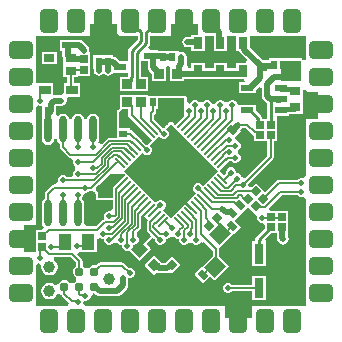
<source format=gtl>
G04*
G04 #@! TF.GenerationSoftware,Altium Limited,Altium Designer,22.4.2 (48)*
G04*
G04 Layer_Physical_Order=1*
G04 Layer_Color=255*
%FSLAX25Y25*%
%MOIN*%
G70*
G04*
G04 #@! TF.SameCoordinates,D1D02850-E0A3-49D7-BBEB-9C0FD6D2D351*
G04*
G04*
G04 #@! TF.FilePolarity,Positive*
G04*
G01*
G75*
%ADD10C,0.01000*%
%ADD11C,0.00600*%
G04:AMPARAMS|DCode=12|XSize=55.12mil|YSize=47.24mil|CornerRadius=0mil|HoleSize=0mil|Usage=FLASHONLY|Rotation=45.000|XOffset=0mil|YOffset=0mil|HoleType=Round|Shape=Rectangle|*
%AMROTATEDRECTD12*
4,1,4,-0.00278,-0.03619,-0.03619,-0.00278,0.00278,0.03619,0.03619,0.00278,-0.00278,-0.03619,0.0*
%
%ADD12ROTATEDRECTD12*%

%ADD13O,0.02480X0.08858*%
G04:AMPARAMS|DCode=14|XSize=43.31mil|YSize=7.87mil|CornerRadius=0mil|HoleSize=0mil|Usage=FLASHONLY|Rotation=45.000|XOffset=0mil|YOffset=0mil|HoleType=Round|Shape=Rectangle|*
%AMROTATEDRECTD14*
4,1,4,-0.01253,-0.01810,-0.01810,-0.01253,0.01253,0.01810,0.01810,0.01253,-0.01253,-0.01810,0.0*
%
%ADD14ROTATEDRECTD14*%

G04:AMPARAMS|DCode=15|XSize=43.31mil|YSize=7.87mil|CornerRadius=0mil|HoleSize=0mil|Usage=FLASHONLY|Rotation=135.000|XOffset=0mil|YOffset=0mil|HoleType=Round|Shape=Rectangle|*
%AMROTATEDRECTD15*
4,1,4,0.01810,-0.01253,0.01253,-0.01810,-0.01810,0.01253,-0.01253,0.01810,0.01810,-0.01253,0.0*
%
%ADD15ROTATEDRECTD15*%

%ADD16P,0.17817X4X90.0*%
%ADD17R,0.03500X0.02700*%
%ADD18R,0.04213X0.02362*%
%ADD19R,0.03937X0.02165*%
%ADD20R,0.03150X0.06693*%
%ADD21P,0.03536X4X360.0*%
%ADD22R,0.02500X0.02500*%
%ADD23R,0.02500X0.02500*%
%ADD24P,0.03536X4X90.0*%
%ADD25R,0.04459X0.05421*%
%ADD26R,0.03500X0.03200*%
%ADD27R,0.03200X0.03500*%
%ADD28P,0.04454X4X270.0*%
%ADD29R,0.03937X0.02953*%
%ADD30R,0.02953X0.03937*%
G04:AMPARAMS|DCode=31|XSize=30mil|YSize=21.5mil|CornerRadius=0mil|HoleSize=0mil|Usage=FLASHONLY|Rotation=135.000|XOffset=0mil|YOffset=0mil|HoleType=Round|Shape=Rectangle|*
%AMROTATEDRECTD31*
4,1,4,0.01821,-0.00301,0.00301,-0.01821,-0.01821,0.00301,-0.00301,0.01821,0.01821,-0.00301,0.0*
%
%ADD31ROTATEDRECTD31*%

%ADD32R,0.02150X0.03000*%
%ADD33R,0.03000X0.02150*%
%ADD34R,0.03543X0.03150*%
%ADD62C,0.03100*%
%ADD63C,0.02000*%
%ADD64C,0.00800*%
%ADD65C,0.00550*%
%ADD66C,0.01500*%
%ADD67R,0.06847X0.06850*%
G04:AMPARAMS|DCode=68|XSize=60mil|YSize=80mil|CornerRadius=15mil|HoleSize=0mil|Usage=FLASHONLY|Rotation=90.000|XOffset=0mil|YOffset=0mil|HoleType=Round|Shape=RoundedRectangle|*
%AMROUNDEDRECTD68*
21,1,0.06000,0.05000,0,0,90.0*
21,1,0.03000,0.08000,0,0,90.0*
1,1,0.03000,0.02500,0.01500*
1,1,0.03000,0.02500,-0.01500*
1,1,0.03000,-0.02500,-0.01500*
1,1,0.03000,-0.02500,0.01500*
%
%ADD68ROUNDEDRECTD68*%
G04:AMPARAMS|DCode=69|XSize=60mil|YSize=80mil|CornerRadius=15mil|HoleSize=0mil|Usage=FLASHONLY|Rotation=180.000|XOffset=0mil|YOffset=0mil|HoleType=Round|Shape=RoundedRectangle|*
%AMROUNDEDRECTD69*
21,1,0.06000,0.05000,0,0,180.0*
21,1,0.03000,0.08000,0,0,180.0*
1,1,0.03000,-0.01500,0.02500*
1,1,0.03000,0.01500,0.02500*
1,1,0.03000,0.01500,-0.02500*
1,1,0.03000,-0.01500,-0.02500*
%
%ADD69ROUNDEDRECTD69*%
%ADD70C,0.03890*%
%ADD71C,0.02000*%
%ADD72C,0.01900*%
G36*
X32000Y98980D02*
Y95000D01*
X38901D01*
Y93729D01*
X36024Y90852D01*
X35748Y90439D01*
X35651Y89951D01*
Y86691D01*
X32805D01*
X31885Y87612D01*
X31306Y87998D01*
X30825Y88094D01*
Y88600D01*
X24175D01*
Y84100D01*
X24216D01*
Y83500D01*
X24351Y82817D01*
X24738Y82238D01*
X25317Y81852D01*
X26000Y81716D01*
X26683Y81852D01*
X27262Y82238D01*
X27738D01*
X28317Y81852D01*
X29000Y81716D01*
X29683Y81852D01*
X30262Y82238D01*
X30648Y82817D01*
X30651Y82829D01*
X35651D01*
Y81826D01*
X35572Y81709D01*
X35501Y81350D01*
X33000D01*
Y76650D01*
X42500D01*
Y81350D01*
X39999D01*
X39928Y81709D01*
X39849Y81826D01*
Y85634D01*
X40006Y86569D01*
X42185D01*
Y84681D01*
X42320Y83998D01*
X42707Y83419D01*
X43650Y82477D01*
Y80000D01*
X48350D01*
Y84531D01*
X49000Y84923D01*
X49650Y84531D01*
Y80000D01*
X54350D01*
Y80716D01*
X56774D01*
Y80665D01*
X61226D01*
Y80716D01*
X64274D01*
Y80665D01*
X68726D01*
Y80716D01*
X71774D01*
Y80665D01*
X74260D01*
X74794Y79665D01*
X74732Y79572D01*
X72769D01*
Y75907D01*
X78206D01*
Y77049D01*
X79217Y78060D01*
X80217Y77646D01*
Y75171D01*
X80353Y74489D01*
X80740Y73910D01*
X81912Y72738D01*
X81912Y72738D01*
X81925Y72729D01*
Y67500D01*
X80426D01*
X80334Y67965D01*
X80057Y68379D01*
X78206Y70230D01*
Y72093D01*
X73076D01*
X72769Y72093D01*
X72036Y72735D01*
X71941Y72963D01*
X71463Y73441D01*
X70838Y73700D01*
X70162D01*
X69537Y73441D01*
X69059Y72963D01*
X69041Y72921D01*
X67959D01*
X67941Y72963D01*
X67463Y73441D01*
X66838Y73700D01*
X66162D01*
X65537Y73441D01*
X65059Y72963D01*
X64800Y72338D01*
X64700Y72200D01*
X64128Y72279D01*
X63651Y72456D01*
X63441Y72963D01*
X62963Y73441D01*
X62338Y73700D01*
X61662D01*
X61037Y73441D01*
X60559Y72963D01*
X60541Y72921D01*
X59459D01*
X59441Y72963D01*
X58963Y73441D01*
X58338Y73700D01*
X57662D01*
X57037Y73441D01*
X56559Y72963D01*
X56318Y72381D01*
X56265Y72337D01*
X56188Y72346D01*
X55265Y73004D01*
Y74350D01*
X55207Y74643D01*
X55041Y74891D01*
X54825Y75035D01*
Y75100D01*
X54574D01*
X54500Y75115D01*
X45825D01*
X45751Y75100D01*
X42500D01*
Y75350D01*
X33000D01*
Y71006D01*
X32319Y70325D01*
X31900D01*
Y69649D01*
X31885Y69575D01*
Y64425D01*
X31900Y64351D01*
Y61045D01*
X29500D01*
X29100Y60966D01*
X28761Y60739D01*
X27140Y59118D01*
X25975Y59367D01*
X25802Y59823D01*
X25875Y59932D01*
X26029Y60709D01*
Y67087D01*
X25875Y67863D01*
X25435Y68521D01*
X24777Y68961D01*
X24000Y69116D01*
X23223Y68961D01*
X22565Y68521D01*
X22125Y67863D01*
X22010Y67282D01*
X20990D01*
X20875Y67863D01*
X20435Y68521D01*
X19776Y68961D01*
X19000Y69116D01*
X18224Y68961D01*
X17565Y68521D01*
X17125Y67863D01*
X17010Y67282D01*
X15990D01*
X15875Y67863D01*
X15435Y68521D01*
X14776Y68961D01*
X14000Y69116D01*
X13224Y68961D01*
X12565Y68521D01*
X12489Y68408D01*
X11600Y68877D01*
Y69376D01*
X11709Y69925D01*
X11607Y70438D01*
X11634Y70575D01*
X11634Y70575D01*
Y71589D01*
X11761Y71716D01*
X13500D01*
X14183Y71851D01*
X14762Y72238D01*
X15148Y72817D01*
X15284Y73500D01*
X15230Y73774D01*
X15786Y74649D01*
X15956Y74774D01*
X19835D01*
Y79226D01*
X17773D01*
Y81270D01*
X19100D01*
Y81800D01*
X23000D01*
Y85200D01*
Y89200D01*
X23000D01*
X22784Y90111D01*
Y90500D01*
X22648Y91183D01*
X22262Y91762D01*
X20762Y93262D01*
X20183Y93648D01*
X19500Y93784D01*
X17400D01*
Y93825D01*
X12900D01*
Y90175D01*
X13791D01*
Y88255D01*
X13927Y87572D01*
X14100Y87313D01*
Y85530D01*
X14100D01*
Y85470D01*
X14100D01*
Y81270D01*
X15428D01*
Y79226D01*
X14398D01*
Y76116D01*
X13500Y75284D01*
X11022D01*
X10602Y75629D01*
Y79226D01*
X5165D01*
X5000Y80158D01*
Y95000D01*
X23000D01*
Y98980D01*
X32000D01*
D02*
G37*
G36*
X95000Y87123D02*
X94993Y87121D01*
X94022Y87069D01*
X93978Y87143D01*
X93813Y87390D01*
X93812Y87391D01*
X93564Y87556D01*
X93564Y87556D01*
X93272Y87615D01*
X86425D01*
X86351Y87600D01*
X82675D01*
Y87069D01*
X80388D01*
X76261Y91197D01*
Y92140D01*
X76226Y92312D01*
Y95000D01*
X95000D01*
Y87123D01*
D02*
G37*
G36*
X59000Y98980D02*
Y95335D01*
X56774D01*
Y94784D01*
X55500D01*
X54817Y94648D01*
X54238Y94262D01*
X53851Y93683D01*
X53716Y93000D01*
X53851Y92317D01*
X54238Y91738D01*
X54817Y91351D01*
X55500Y91216D01*
X56774D01*
Y89898D01*
X61226D01*
Y95000D01*
X64239D01*
Y93093D01*
X64274Y92921D01*
Y89898D01*
X68726D01*
Y95000D01*
X71774D01*
Y89898D01*
X72803D01*
X72828Y89775D01*
X73215Y89196D01*
X75309Y87102D01*
X74894Y86102D01*
X71774D01*
Y84284D01*
X68726D01*
Y86102D01*
X64274D01*
Y84284D01*
X61226D01*
Y86102D01*
X56774D01*
Y84444D01*
X55774Y84300D01*
X55711Y84347D01*
X55552Y84565D01*
X55182Y85284D01*
X55284Y85800D01*
Y88000D01*
X55149Y88683D01*
X54762Y89262D01*
X54183Y89648D01*
X53500Y89784D01*
X53325Y89749D01*
X52325Y90100D01*
Y90100D01*
X47441D01*
X47425Y90103D01*
X45719D01*
Y90431D01*
X42848D01*
X42465Y91355D01*
X42726Y91616D01*
X43003Y92030D01*
X43099Y92518D01*
Y95000D01*
X50000D01*
Y98980D01*
X59000D01*
D02*
G37*
G36*
X95500Y76500D02*
X98980D01*
Y67500D01*
X95000D01*
Y48219D01*
X94991Y48205D01*
X94000Y47633D01*
X93838Y47700D01*
X93162D01*
X92537Y47441D01*
X92141Y47045D01*
X85904D01*
X85504Y46966D01*
X85165Y46739D01*
X81377Y42951D01*
X78298Y46031D01*
X77014Y44747D01*
X75971Y44834D01*
X75726Y45748D01*
X83939Y53961D01*
X84166Y54300D01*
X84245Y54700D01*
Y60000D01*
X85200D01*
Y63500D01*
Y67500D01*
X85200D01*
X85376Y68427D01*
X89231D01*
Y68920D01*
X94022D01*
Y73569D01*
X94022D01*
Y74431D01*
X94022D01*
Y76948D01*
X95022Y76978D01*
X95500Y76500D01*
D02*
G37*
G36*
X54500Y70821D02*
X54300Y70338D01*
Y69662D01*
X54500Y69179D01*
Y68366D01*
X51429Y65295D01*
X50541Y66183D01*
X50293Y66349D01*
X50000Y66407D01*
X49707Y66349D01*
X49459Y66183D01*
X48178Y64902D01*
X48118Y64812D01*
X48048Y64729D01*
X47878Y64419D01*
X47421Y64328D01*
X47421Y64328D01*
X47309Y64358D01*
X46002Y65666D01*
X45957Y65732D01*
X44455Y67234D01*
Y68705D01*
X44829Y69079D01*
X45083Y69459D01*
X45173Y69908D01*
Y70600D01*
X45825D01*
Y74350D01*
X54500D01*
Y70821D01*
D02*
G37*
G36*
X50053Y65589D02*
D01*
X51392Y64251D01*
X54229Y61414D01*
X55342Y60300D01*
X58073Y57569D01*
X60910Y54733D01*
X62024Y53619D01*
X65643Y50000D01*
X64251Y48608D01*
X61328Y45685D01*
D01*
X60996Y45353D01*
X60552Y45145D01*
X60540Y45157D01*
X60074Y45623D01*
X59449Y45882D01*
X58772D01*
X58148Y45623D01*
X57669Y45145D01*
X57411Y44520D01*
Y43844D01*
X57669Y43219D01*
X58148Y42741D01*
X58187Y42544D01*
D01*
D01*
X55342Y39700D01*
D01*
X57404Y37638D01*
X56794Y37029D01*
X54733Y39090D01*
D01*
X54733Y39090D01*
X53619Y37976D01*
D01*
X52002Y36359D01*
X50000Y34357D01*
X47983Y36375D01*
D01*
X47653Y36704D01*
X47471Y37170D01*
D01*
D01*
X47949Y37648D01*
X48208Y38273D01*
Y38949D01*
X47949Y39574D01*
X47471Y40052D01*
X46847Y40311D01*
X46170D01*
X45545Y40052D01*
D01*
X45133Y39640D01*
X44787Y39683D01*
X44601Y39756D01*
X44272Y40085D01*
X40813Y43544D01*
X38586Y45771D01*
X37976Y46381D01*
X36359Y47998D01*
X34357Y50000D01*
D01*
X37976Y53619D01*
X40365Y56008D01*
X40562Y55969D01*
X41040Y55491D01*
X41665Y55232D01*
X42341D01*
X42966Y55491D01*
X43444Y55969D01*
X43703Y56594D01*
Y57270D01*
X43444Y57895D01*
D01*
X42966Y58373D01*
X43175Y58817D01*
X44658Y60300D01*
X45924Y61567D01*
X46083Y61535D01*
X46561Y61057D01*
X47186Y60798D01*
X47862D01*
X48487Y61057D01*
X48965Y61535D01*
X49224Y62160D01*
Y62836D01*
D01*
X48965Y63461D01*
X48487Y63939D01*
X48718Y64361D01*
X49045Y64688D01*
X49947Y65589D01*
X50000Y65643D01*
X50053Y65589D01*
D02*
G37*
G36*
X35677Y68718D02*
X35767Y68269D01*
X36021Y67889D01*
X42072Y61838D01*
X42195Y61756D01*
X43613Y60337D01*
X42634Y59358D01*
X42561Y59249D01*
X42483Y59143D01*
X42338Y58834D01*
X41881Y58752D01*
X41778Y58776D01*
X40398Y60155D01*
X40372Y60173D01*
X37216Y63329D01*
X36835Y63583D01*
X36400Y63670D01*
Y64325D01*
X34610D01*
X34510Y64425D01*
X32650D01*
Y69575D01*
X33725Y70650D01*
X35677D01*
Y68718D01*
D02*
G37*
G36*
X77291Y62021D02*
X77671Y61767D01*
X77800Y61741D01*
Y60000D01*
X82155D01*
Y55133D01*
X74700Y47678D01*
X74279Y47745D01*
X73626Y48018D01*
X73441Y48463D01*
X72963Y48941D01*
X72338Y49200D01*
X71700D01*
Y49838D01*
X71441Y50463D01*
X70963Y50941D01*
X70338Y51200D01*
X69662D01*
X69037Y50941D01*
X68559Y50463D01*
X68300Y49838D01*
Y49278D01*
X67558Y48536D01*
X66094Y50000D01*
X69548Y53455D01*
X70141D01*
X70537Y53059D01*
X71162Y52800D01*
X71838D01*
X72463Y53059D01*
X72941Y53537D01*
X73200Y54162D01*
Y54838D01*
X72941Y55463D01*
X72463Y55941D01*
X72421Y55959D01*
Y57041D01*
X72463Y57059D01*
X72941Y57537D01*
X73200Y58162D01*
Y58838D01*
X72941Y59463D01*
X72463Y59941D01*
X71838Y60200D01*
X71633D01*
X71341Y61200D01*
X73361Y63220D01*
X73052Y63529D01*
X73762Y64238D01*
X73821Y64328D01*
X74984D01*
X77291Y62021D01*
D02*
G37*
G36*
X6162Y71800D02*
X6838D01*
X7100Y71625D01*
Y68675D01*
X7100Y68675D01*
X7089Y67680D01*
X6971Y67087D01*
Y60709D01*
X7125Y59932D01*
X7565Y59274D01*
X8224Y58834D01*
X9000Y58679D01*
X9776Y58834D01*
X10435Y59274D01*
X10875Y59932D01*
X10990Y60513D01*
X12010D01*
X12125Y59932D01*
X12565Y59274D01*
X12955Y59013D01*
Y58000D01*
X13035Y57600D01*
X13261Y57261D01*
X15761Y54761D01*
X16100Y54535D01*
X16500Y54455D01*
X16744D01*
X17348Y53455D01*
X17300Y53338D01*
Y52662D01*
X17559Y52037D01*
X18037Y51559D01*
X18080Y51541D01*
Y50459D01*
X18037Y50441D01*
X17559Y49963D01*
X17300Y49338D01*
Y48662D01*
X16888Y48045D01*
X15359D01*
X14963Y48441D01*
X14338Y48700D01*
X13662D01*
X13037Y48441D01*
X12559Y47963D01*
X12300Y47338D01*
Y46662D01*
X12348Y46545D01*
X11744Y45545D01*
X11000D01*
X10600Y45465D01*
X10261Y45239D01*
X8261Y43239D01*
X8034Y42900D01*
X7955Y42500D01*
Y40987D01*
X7565Y40726D01*
X7125Y40068D01*
X6971Y39291D01*
Y32913D01*
X7125Y32137D01*
X7565Y31479D01*
X7570Y31180D01*
X6605Y30200D01*
X5000D01*
Y26200D01*
Y23000D01*
X1020D01*
Y32000D01*
X5000D01*
Y71281D01*
X5009Y71295D01*
X6000Y71867D01*
X6162Y71800D01*
D02*
G37*
G36*
X34678Y48598D02*
X30575Y44494D01*
Y43950D01*
X30555Y43849D01*
Y41000D01*
X25784D01*
Y42000D01*
X25648Y42683D01*
X25262Y43262D01*
X25000Y43437D01*
Y44500D01*
X29665Y49165D01*
X34111D01*
X34678Y48598D01*
D02*
G37*
G36*
X24092Y43315D02*
X24459Y42896D01*
X24522Y42854D01*
X24575Y42801D01*
X24710Y42710D01*
X24928Y42384D01*
X25020Y41925D01*
Y41000D01*
X25078Y40707D01*
X25244Y40459D01*
X25492Y40293D01*
X25784Y40235D01*
X30555D01*
Y37486D01*
X29838Y36700D01*
X29162D01*
X28537Y36441D01*
X28059Y35963D01*
X27800Y35338D01*
Y34662D01*
X27600Y33966D01*
X27261Y33739D01*
X25067Y31545D01*
X21590D01*
X20956Y32545D01*
X21029Y32913D01*
Y39291D01*
X20875Y40068D01*
X20435Y40726D01*
X20407Y41003D01*
X20441Y41037D01*
X20700Y41662D01*
Y41909D01*
X21004Y42496D01*
X21591Y42800D01*
X21838D01*
X22463Y43059D01*
X22859Y43455D01*
X23288D01*
X24092Y43315D01*
D02*
G37*
G36*
X92537Y41559D02*
X93162Y41300D01*
X93838D01*
X94000Y41367D01*
X94991Y40795D01*
X95000Y40781D01*
Y5000D01*
X77000D01*
Y1020D01*
X68000D01*
Y5000D01*
X21219D01*
X21205Y5009D01*
X20639Y5990D01*
X21162Y6800D01*
X21838D01*
X22463Y7059D01*
X22941Y7537D01*
X23200Y8162D01*
Y8467D01*
X23976Y9142D01*
X24124Y9200D01*
X24498D01*
X24960Y8738D01*
X25539Y8352D01*
X26222Y8216D01*
X32000D01*
X32683Y8352D01*
X33262Y8738D01*
X35262Y10738D01*
X35262Y10738D01*
X35649Y11317D01*
X35784Y12000D01*
X35784Y12000D01*
Y14252D01*
X35894Y14325D01*
X36570D01*
X37195Y14584D01*
X37673Y15062D01*
X37932Y15687D01*
Y16363D01*
X37673Y16988D01*
X37195Y17466D01*
X36570Y17725D01*
X36010D01*
X34496Y19239D01*
X34157Y19466D01*
X33757Y19545D01*
X26500D01*
X26100Y19466D01*
X25761Y19239D01*
X25215Y18693D01*
X24958Y18800D01*
X24043D01*
X23197Y18450D01*
X22550Y17803D01*
X22541Y17781D01*
X21459D01*
X21450Y17803D01*
X20803Y18450D01*
X20545Y18557D01*
Y20000D01*
X20466Y20400D01*
X20239Y20739D01*
X18678Y22300D01*
X18688Y22337D01*
X19353Y23039D01*
X25284D01*
Y27494D01*
X26284Y27812D01*
X26537Y27559D01*
X27162Y27300D01*
X27800D01*
Y26662D01*
X28059Y26037D01*
X28537Y25559D01*
X29162Y25300D01*
X29838D01*
X30463Y25559D01*
X30941Y26037D01*
X30959Y26080D01*
X32041D01*
X32059Y26037D01*
X32537Y25559D01*
X33162Y25300D01*
X33800D01*
Y24662D01*
X34059Y24037D01*
X34537Y23559D01*
X35162Y23300D01*
X35838D01*
X36247Y23469D01*
X36298Y23394D01*
X39066Y20625D01*
X39129Y20583D01*
X39631Y20081D01*
X42919Y23369D01*
X42905Y23383D01*
X42971Y23448D01*
X43137Y23696D01*
X43195Y23989D01*
X43137Y24282D01*
X42971Y24530D01*
X41720Y25780D01*
X43760Y27820D01*
X44524Y27444D01*
X44656Y27367D01*
X44800Y27222D01*
Y26662D01*
X45059Y26037D01*
X45537Y25559D01*
X46162Y25300D01*
X46838D01*
X47463Y25559D01*
X47941Y26037D01*
X48200Y26662D01*
Y27300D01*
X48838D01*
X49463Y27559D01*
X49941Y28037D01*
X49959Y28080D01*
X51041D01*
X51059Y28037D01*
X51537Y27559D01*
X52162Y27300D01*
X52800D01*
Y26662D01*
X53059Y26037D01*
X53537Y25559D01*
X54162Y25300D01*
X54838D01*
X55463Y25559D01*
X55941Y26037D01*
X55959Y26080D01*
X57041D01*
X57059Y26037D01*
X57537Y25559D01*
X58162Y25300D01*
X58838D01*
X59463Y25559D01*
X59941Y26037D01*
X59969Y26103D01*
X61124Y26362D01*
X64012Y23474D01*
Y21681D01*
X60456Y18125D01*
X60220Y18361D01*
X57639Y15780D01*
X60821Y12598D01*
X63070Y14848D01*
X64526Y13392D01*
X69484Y18350D01*
X66153Y21681D01*
Y23918D01*
X66072Y24327D01*
X66041Y24373D01*
X70544Y28875D01*
X70780Y28639D01*
X73361Y31220D01*
X71111Y33470D01*
X73280Y35639D01*
X75656Y38015D01*
X78044Y35627D01*
X78117Y35555D01*
X78222Y35444D01*
X78800Y34717D01*
Y34162D01*
X79059Y33537D01*
X79537Y33059D01*
X80162Y32800D01*
X80838D01*
X81500Y31992D01*
Y31102D01*
X78406Y28008D01*
X78130Y27595D01*
X78032Y27107D01*
Y26596D01*
X76982D01*
Y18404D01*
X81632D01*
Y26596D01*
X81632D01*
X81329Y27327D01*
X83302Y29300D01*
X85216D01*
Y27707D01*
X85352Y27024D01*
X85738Y26445D01*
X86213Y25970D01*
X86792Y25583D01*
X87475Y25448D01*
X88158Y25583D01*
X88737Y25970D01*
X89123Y26549D01*
X89259Y27232D01*
X89123Y27915D01*
X88866Y28300D01*
X89000Y29300D01*
X89000D01*
Y32700D01*
Y36700D01*
X83092D01*
X82678Y37700D01*
X86933Y41955D01*
X92141D01*
X92537Y41559D01*
D02*
G37*
G36*
X44459Y38873D02*
X44570Y38393D01*
X41144Y34967D01*
X42366Y33745D01*
X42313Y33692D01*
X42087Y33353D01*
X42007Y32953D01*
Y30448D01*
X42087Y30048D01*
X42313Y29709D01*
X43178Y28844D01*
X43220Y28361D01*
X40639Y25780D01*
X42430Y23989D01*
X39607Y21166D01*
X36838Y23934D01*
X36941Y24037D01*
X37200Y24662D01*
Y25300D01*
X37838D01*
X38463Y25559D01*
X38941Y26037D01*
X39200Y26662D01*
Y27338D01*
X38941Y27963D01*
X38545Y28359D01*
Y29627D01*
X39689Y30771D01*
X39915Y31110D01*
X39995Y31510D01*
Y34995D01*
X44001Y39001D01*
X44459Y38873D01*
D02*
G37*
G36*
X18455Y19567D02*
Y18557D01*
X18197Y18450D01*
X17550Y17803D01*
X17200Y16958D01*
Y16043D01*
X17550Y15197D01*
X18197Y14550D01*
X18219Y14541D01*
Y13459D01*
X18197Y13450D01*
X17550Y12803D01*
X17541Y12781D01*
X16459D01*
X16450Y12803D01*
X15803Y13450D01*
X14957Y13800D01*
X14042D01*
X13197Y13450D01*
X12550Y12803D01*
X12368Y12364D01*
X11338Y12060D01*
X11247Y12071D01*
X11158Y12161D01*
X10542Y12516D01*
X9855Y12700D01*
X9144D01*
X8458Y12516D01*
X7842Y12161D01*
X7339Y11658D01*
X6984Y11042D01*
X6800Y10356D01*
Y9645D01*
X6984Y8958D01*
X7339Y8342D01*
X7842Y7840D01*
X8458Y7484D01*
X9144Y7300D01*
X9855D01*
X10542Y7484D01*
X11158Y7840D01*
X11660Y8342D01*
X11983Y8900D01*
X12438Y9011D01*
X13044Y9087D01*
X13506Y8743D01*
X13534Y8600D01*
X13761Y8261D01*
X16022Y6000D01*
X15824Y5260D01*
X15642Y5000D01*
X5000D01*
Y18781D01*
X5009Y18795D01*
X6000Y19367D01*
X6162Y19300D01*
X6800Y18355D01*
Y17645D01*
X6984Y16958D01*
X7339Y16342D01*
X7842Y15840D01*
X8458Y15484D01*
X9144Y15300D01*
X9855D01*
X10542Y15484D01*
X11158Y15840D01*
X11660Y16342D01*
X12016Y16958D01*
X12200Y17645D01*
Y18356D01*
X12016Y19042D01*
X11660Y19658D01*
X11158Y20161D01*
X11149Y21320D01*
X11238Y21455D01*
X16567D01*
X18455Y19567D01*
D02*
G37*
%LPC*%
G36*
X11900Y89730D02*
X6900D01*
Y85530D01*
X11900D01*
Y89730D01*
D02*
G37*
G36*
X44369Y21919D02*
X41081Y18631D01*
X44369Y15343D01*
X45215Y16190D01*
X45446Y16036D01*
X46129Y15900D01*
X48735D01*
X49418Y16036D01*
X49848Y16323D01*
X50202Y15969D01*
X53031Y18798D01*
X50202Y21626D01*
X48733Y20157D01*
X48587Y20060D01*
X48587Y20060D01*
X47996Y19469D01*
X46868D01*
X46443Y19893D01*
X46297Y19990D01*
X44369Y21919D01*
D02*
G37*
G36*
X81632Y15096D02*
X76982D01*
Y12045D01*
X70359D01*
X69963Y12441D01*
X69338Y12700D01*
X68662D01*
X68037Y12441D01*
X67559Y11963D01*
X67300Y11338D01*
Y10662D01*
X67559Y10037D01*
X68037Y9559D01*
X68662Y9300D01*
X69338D01*
X69963Y9559D01*
X70359Y9955D01*
X76982D01*
Y6904D01*
X81632D01*
Y15096D01*
D02*
G37*
%LPD*%
D10*
X79307Y27107D02*
X83500Y31300D01*
X79307Y22500D02*
Y27107D01*
X83200Y65500D02*
Y74000D01*
X84850Y73417D02*
X85930D01*
X86512Y74000D01*
X79156Y66144D02*
X79800Y65500D01*
X79156Y66144D02*
Y67478D01*
X76374Y70260D02*
X79156Y67478D01*
X75488Y70260D02*
X76374D01*
X45500Y99541D02*
Y100000D01*
X41825Y96261D02*
X42682Y97117D01*
X38575Y81396D02*
Y89267D01*
Y81396D02*
X38750Y81221D01*
Y80100D02*
X39850Y79000D01*
X36500Y99541D02*
Y100000D01*
Y99541D02*
X38924Y97117D01*
X39318D01*
X36925Y89951D02*
X40175Y93201D01*
X42682Y97117D02*
X43076D01*
X36925Y81396D02*
Y89951D01*
X43076Y97117D02*
X45500Y99541D01*
X40175Y93201D02*
Y96261D01*
X35500Y79000D02*
X35650D01*
X38575Y89267D02*
X41825Y92518D01*
X39318Y97117D02*
X40175Y96261D01*
X35650Y79000D02*
X36750Y80100D01*
X41825Y92518D02*
Y96261D01*
X36750Y80100D02*
Y81221D01*
X38750Y80100D02*
Y81221D01*
X36750D02*
X36925Y81396D01*
X39850Y79000D02*
X40000D01*
D11*
X63112Y18071D02*
X64804D01*
X60520Y15480D02*
X63112Y18071D01*
X58213Y38353D02*
X59980Y36586D01*
Y29020D02*
X65083Y23918D01*
X59980Y29020D02*
Y36586D01*
X58213Y38353D02*
Y38447D01*
X65083Y18350D02*
Y23918D01*
X64804Y18071D02*
X65083Y18350D01*
D12*
X60072Y22804D02*
D03*
X66196Y28928D02*
D03*
X70929Y24196D02*
D03*
X64804Y18071D02*
D03*
D13*
X24000Y63898D02*
D03*
X19000D02*
D03*
X14000D02*
D03*
X9000D02*
D03*
X24000Y36102D02*
D03*
X19000D02*
D03*
X14000D02*
D03*
X9000D02*
D03*
D14*
X32879Y47355D02*
D03*
X33993Y46242D02*
D03*
X35106Y45128D02*
D03*
X36220Y44015D02*
D03*
X37333Y42901D02*
D03*
X38447Y41787D02*
D03*
X39560Y40674D02*
D03*
X40674Y39560D02*
D03*
X41787Y38447D02*
D03*
X42901Y37333D02*
D03*
X44015Y36220D02*
D03*
X45128Y35106D02*
D03*
X46242Y33993D02*
D03*
X47355Y32879D02*
D03*
X67121Y52645D02*
D03*
X66007Y53758D02*
D03*
X64894Y54872D02*
D03*
X63780Y55985D02*
D03*
X62667Y57099D02*
D03*
X61553Y58213D02*
D03*
X60440Y59326D02*
D03*
X59326Y60440D02*
D03*
X58213Y61553D02*
D03*
X57099Y62667D02*
D03*
X55985Y63780D02*
D03*
X54872Y64894D02*
D03*
X53758Y66007D02*
D03*
X52645Y67121D02*
D03*
D15*
Y32879D02*
D03*
X53758Y33993D02*
D03*
X54872Y35106D02*
D03*
X55985Y36220D02*
D03*
X57099Y37333D02*
D03*
X58213Y38447D02*
D03*
X59326Y39560D02*
D03*
X60440Y40674D02*
D03*
X61553Y41787D02*
D03*
X62667Y42901D02*
D03*
X63780Y44015D02*
D03*
X64894Y45128D02*
D03*
X66007Y46242D02*
D03*
X67121Y47355D02*
D03*
X47355Y67121D02*
D03*
X46242Y66007D02*
D03*
X45128Y64894D02*
D03*
X44015Y63780D02*
D03*
X42901Y62667D02*
D03*
X41787Y61553D02*
D03*
X40674Y60440D02*
D03*
X39560Y59326D02*
D03*
X38447Y58213D02*
D03*
X37333Y57099D02*
D03*
X36220Y55985D02*
D03*
X35106Y54872D02*
D03*
X33993Y53758D02*
D03*
X32879Y52645D02*
D03*
D16*
X50000Y50000D02*
D03*
D17*
X16600Y87630D02*
D03*
Y83370D02*
D03*
X9400D02*
D03*
Y87630D02*
D03*
D18*
X33138Y92240D02*
D03*
Y84760D02*
D03*
X42863Y88500D02*
D03*
D19*
X75488Y70260D02*
D03*
Y74000D02*
D03*
Y77740D02*
D03*
X86512D02*
D03*
Y74000D02*
D03*
Y70260D02*
D03*
D20*
X92693Y11000D02*
D03*
X79307D02*
D03*
X92693Y22500D02*
D03*
X79307D02*
D03*
D21*
X50202Y18798D02*
D03*
X47798Y21202D02*
D03*
X78202Y38298D02*
D03*
X75798Y40702D02*
D03*
X80702Y40798D02*
D03*
X78298Y43202D02*
D03*
D22*
X83500Y34700D02*
D03*
Y31300D02*
D03*
X87000D02*
D03*
Y34700D02*
D03*
X7000Y24800D02*
D03*
Y28200D02*
D03*
X21000Y87200D02*
D03*
Y83800D02*
D03*
D23*
X79800Y62000D02*
D03*
X83200D02*
D03*
Y65500D02*
D03*
X79800D02*
D03*
D24*
X65202Y34202D02*
D03*
X62798Y31798D02*
D03*
D25*
X14696Y26500D02*
D03*
X22304D02*
D03*
D26*
X40000Y73000D02*
D03*
Y79000D02*
D03*
X35500Y73000D02*
D03*
Y79000D02*
D03*
D27*
X52000Y82500D02*
D03*
X46000D02*
D03*
D28*
X39631Y23369D02*
D03*
X44369Y18631D02*
D03*
D29*
X7884Y77000D02*
D03*
X17117D02*
D03*
D30*
X74000Y83384D02*
D03*
Y92616D02*
D03*
X66500Y83384D02*
D03*
Y92616D02*
D03*
X59000Y83384D02*
D03*
Y92616D02*
D03*
D31*
X70480Y31520D02*
D03*
X73520Y28480D02*
D03*
X60520Y15480D02*
D03*
X57480Y18520D02*
D03*
X40480Y28520D02*
D03*
X43520Y25480D02*
D03*
X70480Y36020D02*
D03*
X73520Y32980D02*
D03*
X70480Y63520D02*
D03*
X73520Y60480D02*
D03*
X72980Y38520D02*
D03*
X76020Y35480D02*
D03*
D32*
X29500Y42650D02*
D03*
Y38350D02*
D03*
X53000Y72850D02*
D03*
Y77150D02*
D03*
X50000Y72850D02*
D03*
Y77150D02*
D03*
X26000Y86350D02*
D03*
Y90650D02*
D03*
X29000Y86350D02*
D03*
Y90650D02*
D03*
X47500Y87850D02*
D03*
Y92150D02*
D03*
X50500Y87850D02*
D03*
Y92150D02*
D03*
X84500Y85350D02*
D03*
Y89650D02*
D03*
X87500Y85350D02*
D03*
Y89650D02*
D03*
X44000Y72850D02*
D03*
Y77150D02*
D03*
X47000Y72850D02*
D03*
Y77150D02*
D03*
D33*
X34150Y68500D02*
D03*
X29850D02*
D03*
X34150Y65500D02*
D03*
X29850D02*
D03*
X15150Y92000D02*
D03*
X10850D02*
D03*
X34150Y62500D02*
D03*
X29850D02*
D03*
X9350Y70500D02*
D03*
X13650D02*
D03*
D34*
X80500Y90255D02*
D03*
Y84745D02*
D03*
X91500Y90255D02*
D03*
Y84745D02*
D03*
Y76755D02*
D03*
Y71245D02*
D03*
D62*
X24500Y16500D02*
D03*
Y11500D02*
D03*
X19500D02*
D03*
Y16500D02*
D03*
X14500Y11500D02*
D03*
Y16500D02*
D03*
D63*
X68179Y36321D02*
X70179D01*
X67000Y37500D02*
X68179Y36321D01*
X70179D02*
X70480Y36020D01*
Y63520D02*
X70520D01*
X72500Y65500D01*
X9000Y69000D02*
X9925Y69925D01*
X92693Y13377D02*
Y22500D01*
X24722Y11500D02*
X26222Y10000D01*
X24500Y11500D02*
X24722D01*
X26222Y10000D02*
X32000D01*
X34000Y12000D01*
X92693Y9575D02*
Y11000D01*
X89000Y9000D02*
X92118D01*
X92693Y9575D01*
X21000Y90000D02*
Y90500D01*
X15500Y92000D02*
X19500D01*
X21000Y90500D01*
X55500Y93000D02*
X58617D01*
X59000Y92616D01*
X34000Y12000D02*
Y14500D01*
X9075Y70500D02*
X9350D01*
X87000Y27707D02*
Y31300D01*
Y27707D02*
X87475Y27232D01*
X29000Y83500D02*
Y86350D01*
X52000Y82500D02*
X73524D01*
X52600Y83100D02*
Y84900D01*
X53500Y85800D02*
Y88000D01*
X52600Y84900D02*
X53500Y85800D01*
X52000Y82500D02*
X52600Y83100D01*
X15150Y92000D02*
X15500D01*
X9850Y72328D02*
X11022Y73500D01*
X9850Y70575D02*
Y72328D01*
X11022Y73500D02*
X13500D01*
X9350Y70500D02*
X9775D01*
X9850Y70575D01*
X9000Y69000D02*
Y70425D01*
Y63898D02*
Y69000D01*
Y70425D02*
X9075Y70500D01*
X26000Y83500D02*
Y86350D01*
X73520Y60480D02*
Y60520D01*
X75500Y62500D01*
X29425Y43150D02*
X29500Y43075D01*
X26025Y44232D02*
X27107Y43150D01*
X29500Y42650D02*
Y43075D01*
X27107Y43150D02*
X29425D01*
X74336Y31000D02*
Y32058D01*
Y30002D02*
Y31000D01*
X76000D01*
X73520Y32874D02*
Y32980D01*
X73220Y28886D02*
X74336Y30002D01*
X73520Y32874D02*
X74336Y32058D01*
X73220Y28674D02*
X73821Y28073D01*
X73220Y28674D02*
Y28886D01*
X73520Y32980D02*
X76020Y35480D01*
X71207Y24474D02*
X73133D01*
X74608Y23000D02*
X75982D01*
X73133Y24474D02*
X74608Y23000D01*
X70929Y24196D02*
X71207Y24474D01*
X57179Y18821D02*
X57480Y18520D01*
X57179Y18821D02*
Y18927D01*
X60072Y21819D02*
Y22804D01*
X57179Y18927D02*
X60072Y21819D01*
X57179Y18821D02*
X57780Y18220D01*
Y18114D02*
Y18220D01*
X56950Y15051D02*
Y17283D01*
X57780Y18114D01*
X56950Y15051D02*
X58500Y13500D01*
X70929Y25181D02*
X73821Y28073D01*
X70929Y24196D02*
Y25181D01*
X45182Y18631D02*
X46129Y17684D01*
X48735D02*
X49848Y18798D01*
X44369Y18631D02*
X45182D01*
X46129Y17684D02*
X48735D01*
X49848Y18798D02*
X50202D01*
X44982Y24018D02*
X47798Y21202D01*
X43250Y25750D02*
X44982Y24018D01*
X40311Y19346D02*
X44982Y24018D01*
X40311Y17689D02*
X42000Y16000D01*
X40311Y17689D02*
Y19346D01*
X24000Y38128D02*
Y42000D01*
Y36102D02*
Y38128D01*
X24222Y38350D01*
X29500D01*
X80500Y90255D02*
X91500D01*
X55318Y78182D02*
X56893Y79757D01*
X54786Y77650D02*
X55318Y78182D01*
X89000Y81500D02*
X89044D01*
X84500D02*
X89000D01*
X82002Y79002D02*
X84500Y81500D01*
X83173Y74000D02*
X86512D01*
X6000Y83500D02*
X9270D01*
X9400Y83370D01*
X8000Y92000D02*
X10850D01*
X13650Y70500D02*
X16500D01*
X75571Y73917D02*
X78083D01*
X75488Y74000D02*
X75571Y73917D01*
X78083D02*
X79500Y72500D01*
X50000Y72850D02*
X53000D01*
X47000D02*
X50000D01*
X34150Y65500D02*
Y68500D01*
X30000Y71000D02*
Y73500D01*
Y68575D02*
Y71000D01*
X29925Y68500D02*
X30000Y68575D01*
X29850Y68500D02*
X29925D01*
X53000Y77575D02*
X53075Y77650D01*
X54786D01*
X53000Y77150D02*
Y77575D01*
X50000Y77150D02*
X53000D01*
X47000D02*
X50000D01*
X44000D02*
X47000D01*
X29000Y86350D02*
X30623D01*
X26000D02*
X29000D01*
X30623D02*
X32213Y84760D01*
X33138D01*
X29850Y65500D02*
Y68500D01*
Y62500D02*
Y65500D01*
X15500Y92000D02*
X15575Y91925D01*
Y88255D02*
Y91925D01*
Y88255D02*
X16200Y87630D01*
X16600D01*
X16815Y87415D02*
X20785D01*
X21000Y87200D01*
X16600Y87630D02*
X16815Y87415D01*
X43969Y88319D02*
X47425D01*
X43969Y84681D02*
X46000Y82650D01*
X43788Y88500D02*
X43969Y88319D01*
X46000Y82500D02*
Y82650D01*
X43969Y84681D02*
Y88319D01*
X42863Y88500D02*
X43788D01*
X47500Y87850D02*
X50500D01*
X47500D02*
Y88244D01*
X47425Y88319D02*
X47500Y88244D01*
X32213Y92240D02*
X32256D01*
X27500Y98786D02*
X32075Y94211D01*
Y92421D02*
X32256Y92240D01*
X27500Y98786D02*
Y100000D01*
X32075Y92421D02*
Y94211D01*
X32256Y92240D02*
X33138D01*
X29000Y91075D02*
X29075Y91150D01*
X31123D02*
X32213Y92240D01*
X29000Y90650D02*
Y91075D01*
X29075Y91150D02*
X31123D01*
X26000Y90650D02*
X29000D01*
X50575Y94804D02*
X54500Y98729D01*
X50500Y92150D02*
X50575Y92225D01*
X54500Y98729D02*
Y100000D01*
X50575Y92225D02*
Y94804D01*
X47500Y92150D02*
X50500D01*
X63500Y98729D02*
X66024Y96206D01*
Y93093D02*
X66500Y92616D01*
X66024Y93093D02*
Y96206D01*
X63500Y98729D02*
Y100000D01*
X74000Y82976D02*
Y83384D01*
X73524Y82500D02*
X74000Y82976D01*
X82002Y75171D02*
Y79002D01*
Y75171D02*
X83173Y74000D01*
X74000Y92616D02*
X74476Y92140D01*
Y90458D02*
X79615Y85319D01*
X74476Y90458D02*
Y92140D01*
X79925Y85319D02*
X80500Y84745D01*
X79615Y85319D02*
X79925D01*
X84425Y85047D02*
X84500Y85122D01*
X80803Y85047D02*
X84425D01*
X84500Y85122D02*
Y85350D01*
X80500Y84745D02*
X80803Y85047D01*
X79728Y81094D02*
Y84170D01*
X80303Y84745D02*
X80500D01*
X75488Y77740D02*
X76374D01*
X79728Y81094D01*
Y84170D02*
X80303Y84745D01*
X80500Y90255D02*
Y93500D01*
X91500Y90255D02*
Y93500D01*
X14500Y16500D02*
Y20000D01*
D64*
X63613Y37500D02*
X67000D01*
X60440Y40674D02*
X63613Y37500D01*
X78120Y62850D02*
X78950D01*
X75470Y65500D02*
X78120Y62850D01*
X78950D02*
X79800Y62000D01*
X72500Y65500D02*
X75470D01*
X62667Y57099D02*
X69307Y63739D01*
X62667Y57099D02*
X62667D01*
X65202Y33000D02*
X66347Y31855D01*
X66196Y28928D02*
X66347Y29080D01*
X65202Y33000D02*
Y34202D01*
X66347Y29080D02*
Y31855D01*
X67888Y28928D02*
X70480Y31520D01*
X66196Y28928D02*
X67888D01*
X59150Y44182D02*
X61544Y41787D01*
X45009Y65000D02*
X47511Y62498D01*
X47524D01*
X39560Y59326D02*
X39569D01*
X41964Y56932D02*
X42003D01*
X39569Y59326D02*
X41964Y56932D01*
X16600Y77517D02*
X17117Y77000D01*
X16600Y77517D02*
Y83370D01*
X17030Y83800D01*
X21000D01*
X63658Y39691D02*
X70930D01*
X72622Y38000D01*
X61562Y41787D02*
X63658Y39691D01*
X61553Y41787D02*
X61562D01*
X40000Y67795D02*
Y73000D01*
Y67795D02*
X44015Y63780D01*
X35650Y73000D02*
X36850Y71800D01*
X35500Y73000D02*
X35650D01*
X36850Y68718D02*
X42901Y62667D01*
X36850Y68718D02*
Y71800D01*
X34150Y62500D02*
X36386D01*
X39560Y59326D01*
X43282Y66749D02*
X45128Y64903D01*
Y64894D02*
Y64903D01*
X43282Y66749D02*
Y69190D01*
X44000Y69908D01*
Y72850D01*
D65*
X69000Y11000D02*
X79307D01*
X80702Y40798D02*
X85904Y46000D01*
X93500D01*
X81505Y38005D02*
X86500Y43000D01*
X93500D01*
X74000Y45500D02*
X83200Y54700D01*
Y62000D01*
X80500Y34500D02*
X86800D01*
X87000Y34700D01*
X79874Y38005D02*
X81505D01*
X79581Y38298D02*
X79874Y38005D01*
X78202Y38298D02*
X79581D01*
X80702Y40798D02*
X80702D01*
X19500Y9081D02*
Y11500D01*
X19822Y8758D02*
X21242D01*
X19500Y9081D02*
X19822Y8758D01*
X21242D02*
X21500Y8500D01*
X18950Y6550D02*
X19000Y6500D01*
X14500Y9000D02*
X16950Y6550D01*
X18950D01*
X14500Y9000D02*
Y11500D01*
X33757Y18500D02*
X36232Y16025D01*
X26500Y18500D02*
X33757D01*
X24500Y16500D02*
X26500Y18500D01*
X20804Y25000D02*
X22304Y26500D01*
X18625Y25000D02*
X20804D01*
X6500Y75799D02*
X7701Y77000D01*
X7884D01*
X6500Y73500D02*
Y75799D01*
X10046Y24546D02*
X12742D01*
X14696Y26500D01*
X7000Y24800D02*
X9300Y22500D01*
X17000D02*
X19500Y20000D01*
X9300Y22500D02*
X17000D01*
X6500Y24300D02*
X7000Y24800D01*
X6500Y21000D02*
Y24300D01*
X28000Y33000D02*
X31000D01*
X25500Y30500D02*
X28000Y33000D01*
X9300Y30500D02*
X25500D01*
X7000Y28200D02*
X9300Y30500D01*
X19500Y16500D02*
Y20000D01*
X21500Y44500D02*
X23500D01*
X11000D02*
X21500D01*
X9000Y36102D02*
Y42500D01*
X11000Y44500D01*
X37500Y30060D02*
X38950Y31510D01*
X37500Y27000D02*
Y30060D01*
X38950Y35609D02*
X41787Y38447D01*
X38950Y31510D02*
Y35609D01*
X37900Y31945D02*
Y36786D01*
X35500Y29545D02*
X37900Y31945D01*
Y36786D02*
X40674Y39560D01*
X36850Y32380D02*
Y37964D01*
X33500Y29030D02*
X36850Y32380D01*
Y37964D02*
X39560Y40674D01*
X35800Y32815D02*
Y39141D01*
X30448Y27463D02*
X35800Y32815D01*
Y39141D02*
X38447Y41787D01*
X34750Y33250D02*
Y40318D01*
X30500Y29000D02*
X34750Y33250D01*
Y40318D02*
X37333Y42901D01*
X33700Y41495D02*
X36220Y44015D01*
X33700Y34200D02*
Y41495D01*
X30705Y31205D02*
X33700Y34200D01*
X31000Y33000D02*
X32650Y34650D01*
Y42672D01*
X35106Y45128D01*
X35500Y25000D02*
Y29545D01*
X33500Y27000D02*
Y29030D01*
X29500Y27000D02*
X29865D01*
X30328Y27463D02*
X30448D01*
X29865Y27000D02*
X30328Y27463D01*
X44066Y36220D02*
X46457Y38611D01*
X46508D01*
X44015Y36220D02*
X44066D01*
X43052Y30448D02*
X46500Y27000D01*
X43052Y32953D02*
X45128Y35029D01*
Y35106D01*
X43052Y30448D02*
Y32953D01*
X44102Y31398D02*
X46500Y29000D01*
X44102Y31853D02*
X46242Y33993D01*
X44102Y31398D02*
Y31853D01*
X61553Y58213D02*
Y58213D01*
X70500Y67159D02*
Y72000D01*
X61553Y58213D02*
X70500Y67159D01*
X60440Y59326D02*
X68500Y67387D01*
Y70000D01*
X66500Y67614D02*
Y72000D01*
X59326Y60440D02*
X66500Y67614D01*
X58213Y61554D02*
X64000Y67342D01*
X58213Y61553D02*
Y61554D01*
X64000Y67342D02*
Y70000D01*
X54872Y64894D02*
X58000Y68022D01*
X53758Y66007D02*
X55976Y68225D01*
X62000Y67566D02*
Y72000D01*
X55985Y63780D02*
X60000Y67795D01*
X57100Y62667D02*
X62000Y67566D01*
X55976Y69976D02*
X56000Y70000D01*
X54872Y64894D02*
Y64894D01*
X58000Y68022D02*
Y72000D01*
X60000Y67795D02*
Y70000D01*
X57099Y62667D02*
X57100D01*
X55976Y68225D02*
Y69976D01*
X67121Y52645D02*
X67122D01*
X68978Y54500D01*
X71500D01*
X68522Y58500D02*
X71500D01*
X64894Y54872D02*
X68522Y58500D01*
X68491Y56242D02*
X69242D01*
X66007Y53758D02*
X68491Y56242D01*
X69242D02*
X69500Y56500D01*
X68192Y60397D02*
X69397D01*
X69500Y60500D01*
X63780Y55985D02*
X68192Y60397D01*
X73233Y41888D02*
X74419Y40702D01*
X71889Y41000D02*
X72777Y41888D01*
X73233D01*
X65745Y42050D02*
X70550D01*
X72000Y43500D02*
X76621D01*
X70550Y42050D02*
X72000Y43500D01*
X76621D02*
X76919Y43202D01*
X66751Y43407D02*
X69907D01*
X71803Y45303D02*
X73803D01*
X69907Y43407D02*
X71803Y45303D01*
X67885Y44500D02*
X69000D01*
X72000Y47500D01*
X70000Y49500D02*
Y49500D01*
X67404Y47072D02*
X67572D01*
X67121Y47355D02*
X67404Y47072D01*
X67572D02*
X70000Y49500D01*
X64894Y45128D02*
X65030D01*
X66751Y43407D01*
X64591Y41000D02*
X71889D01*
X74419Y40702D02*
X75798D01*
X62690Y42901D02*
X64591Y41000D01*
X66143Y46242D02*
X67885Y44500D01*
X66007Y46242D02*
X66143D01*
X76919Y43202D02*
X78298D01*
X63780Y44015D02*
X65745Y42050D01*
X62667Y42901D02*
X62690D01*
X61730Y34244D02*
X62798Y33177D01*
X59326Y39560D02*
X61730Y37156D01*
Y34244D02*
Y37156D01*
X62798Y31798D02*
Y33177D01*
X55985Y36220D02*
X58500Y33705D01*
Y27000D02*
Y33705D01*
X53758Y33993D02*
X55786Y31965D01*
Y31509D02*
Y31965D01*
X54500Y30223D02*
X55786Y31509D01*
X56626Y29126D02*
Y30775D01*
X56500Y29000D02*
X56626Y29126D01*
X57000Y31149D02*
Y32978D01*
X54872Y35106D02*
X57000Y32978D01*
X56626Y30775D02*
X57000Y31149D01*
X47355Y32879D02*
X47904Y33428D01*
X48072D01*
X50500Y31000D01*
X46500Y29000D02*
X48500D01*
X52500D02*
X52758Y29258D01*
Y30319D02*
X53898Y31459D01*
X52758Y29258D02*
Y30319D01*
X54500Y27000D02*
Y30223D01*
X53898Y31459D02*
Y31626D01*
X52645Y32879D02*
X53898Y31626D01*
X27500Y29000D02*
X30500D01*
X29705Y31205D02*
X30705D01*
X29547Y34953D02*
X31278D01*
X31600Y35275D02*
Y43849D01*
X31278Y34953D02*
X31600Y35275D01*
X29500Y35000D02*
X29547Y34953D01*
X31600Y43849D02*
X33993Y46242D01*
X29500Y31000D02*
X29705Y31205D01*
X24864Y49000D02*
X25000D01*
X23136D02*
X23161Y48975D01*
X25000Y49000D02*
X28000Y52000D01*
X19000Y49000D02*
X23136D01*
X23161Y48975D02*
X24839D01*
X24864Y49000D01*
X19864Y47000D02*
X24500D01*
X19839Y46975D02*
X19864Y47000D01*
X24500D02*
X29000Y51500D01*
X14000Y47000D02*
X18136D01*
X18161Y46975D02*
X19839D01*
X18136Y47000D02*
X18161Y46975D01*
X19025Y53025D02*
X24025D01*
X19000Y53000D02*
X19025Y53025D01*
X29000Y51500D02*
Y51515D01*
X29100Y51615D01*
X24025Y53025D02*
X29950Y58950D01*
X16500Y55500D02*
X25000D01*
X29500Y60000D02*
X36492D01*
X25000Y55500D02*
X29500Y60000D01*
X29950Y58950D02*
X35314D01*
X27000Y52500D02*
Y54500D01*
X30206Y57706D02*
X34331D01*
X27000Y54500D02*
X30206Y57706D01*
X29100Y51615D02*
Y53600D01*
X31000Y55500D01*
X28000Y52000D02*
Y52015D01*
X28050Y54050D02*
X30593Y56593D01*
X28050Y52065D02*
Y54050D01*
X28000Y52015D02*
X28050Y52065D01*
X25500Y51000D02*
X27000Y52500D01*
X24000Y51000D02*
X25500D01*
X31000Y55500D02*
X32105D01*
X30593Y56593D02*
X33217D01*
X32346Y53178D02*
X32879Y52645D01*
X23500Y44500D02*
X32178Y53178D01*
X32346D01*
X14000Y58000D02*
X16500Y55500D01*
X19000Y36102D02*
Y42000D01*
X14000Y36102D02*
Y42000D01*
Y58000D02*
Y63898D01*
X19000Y58000D02*
Y63898D01*
X24000Y58000D02*
Y63898D01*
X35314Y58950D02*
X37165Y57099D01*
X34331Y57706D02*
X36052Y55985D01*
X33217Y56593D02*
X34938Y54872D01*
X32105Y55500D02*
X33847Y53758D01*
X33993D01*
X34938Y54872D02*
X35106D01*
X36052Y55985D02*
X36220D01*
X37165Y57099D02*
X37333D01*
X38279Y58213D02*
X38447D01*
X36492Y60000D02*
X38279Y58213D01*
D66*
X86845Y70593D02*
X90848D01*
X91500Y71245D01*
X86512Y70260D02*
X86845Y70593D01*
Y77407D02*
X90849D01*
X86512Y77740D02*
X86845Y77407D01*
X90849D02*
X91500Y76755D01*
D67*
X89848Y83425D02*
D03*
D68*
X0Y90500D02*
D03*
Y81500D02*
D03*
Y72500D02*
D03*
Y63500D02*
D03*
Y54500D02*
D03*
Y45500D02*
D03*
Y36500D02*
D03*
Y27500D02*
D03*
Y18500D02*
D03*
Y9500D02*
D03*
X100000D02*
D03*
Y18500D02*
D03*
Y27500D02*
D03*
Y36500D02*
D03*
Y45500D02*
D03*
Y54500D02*
D03*
Y63500D02*
D03*
Y72500D02*
D03*
Y81500D02*
D03*
Y90500D02*
D03*
D69*
X9500Y0D02*
D03*
X18500D02*
D03*
X27500D02*
D03*
X36500D02*
D03*
X45500D02*
D03*
X54500D02*
D03*
X63500D02*
D03*
X72500D02*
D03*
X81500D02*
D03*
X90500D02*
D03*
Y100000D02*
D03*
X81500D02*
D03*
X72500D02*
D03*
X63500D02*
D03*
X54500D02*
D03*
X45500D02*
D03*
X36500D02*
D03*
X27500D02*
D03*
X18500D02*
D03*
X9500D02*
D03*
D70*
Y10000D02*
D03*
Y18000D02*
D03*
X29500Y14000D02*
D03*
D71*
X62500Y88000D02*
D03*
X75000Y52000D02*
D03*
X88000Y63500D02*
D03*
X86000Y13500D02*
D03*
X55000Y10500D02*
D03*
X14000Y53000D02*
D03*
X22500Y79000D02*
D03*
X81000Y47000D02*
D03*
X67000Y37500D02*
D03*
X91500Y39000D02*
D03*
X72500Y65500D02*
D03*
X41000Y33000D02*
D03*
X53000Y70000D02*
D03*
X50000D02*
D03*
X47000D02*
D03*
X39000Y63500D02*
D03*
X37000Y65500D02*
D03*
X53000Y58500D02*
D03*
X47000D02*
D03*
X58500Y47000D02*
D03*
Y53000D02*
D03*
X46937Y41448D02*
D03*
X52937D02*
D03*
X41500Y47000D02*
D03*
Y53000D02*
D03*
X91500Y81500D02*
D03*
X30000Y73500D02*
D03*
Y71000D02*
D03*
X55318Y78182D02*
D03*
D72*
X69000Y11000D02*
D03*
X93500Y46000D02*
D03*
Y43000D02*
D03*
X89000Y9000D02*
D03*
X80500Y34500D02*
D03*
X19000Y6500D02*
D03*
X21500Y8500D02*
D03*
X21000Y90000D02*
D03*
X55500Y93000D02*
D03*
X34000Y14500D02*
D03*
X36232Y16025D02*
D03*
X18625Y25000D02*
D03*
X6500Y73500D02*
D03*
X10046Y24546D02*
D03*
X6500Y21000D02*
D03*
X87475Y27232D02*
D03*
X21500Y44500D02*
D03*
X53500Y88000D02*
D03*
X13500Y73500D02*
D03*
X29000Y83500D02*
D03*
X26000D02*
D03*
X75500Y62500D02*
D03*
X26025Y44232D02*
D03*
X76000Y31000D02*
D03*
X75982Y23000D02*
D03*
X58500Y13500D02*
D03*
X42000Y16000D02*
D03*
X24000Y42000D02*
D03*
X59110Y44182D02*
D03*
X47524Y62498D02*
D03*
X42003Y56932D02*
D03*
X89000Y81500D02*
D03*
X6000Y83500D02*
D03*
X8000Y92000D02*
D03*
X16500Y70500D02*
D03*
X79500Y72500D02*
D03*
X56964Y79757D02*
D03*
X80500Y93500D02*
D03*
X91500D02*
D03*
X14500Y20000D02*
D03*
X46508Y38611D02*
D03*
X46500Y27000D02*
D03*
X70500Y72000D02*
D03*
X68500Y70000D02*
D03*
X66500Y72000D02*
D03*
X64000Y70000D02*
D03*
X60000D02*
D03*
X62000Y72000D02*
D03*
X56000Y70000D02*
D03*
X58000Y72000D02*
D03*
X71500Y54500D02*
D03*
X69500Y56500D02*
D03*
Y60500D02*
D03*
X71500Y58500D02*
D03*
X70000Y49500D02*
D03*
X72000Y47500D02*
D03*
X74000Y45500D02*
D03*
X58500Y27000D02*
D03*
X56500Y29000D02*
D03*
X50500Y31000D02*
D03*
X48500Y29000D02*
D03*
X52500D02*
D03*
X54500Y27000D02*
D03*
X37500D02*
D03*
X35500Y25000D02*
D03*
X33500Y27000D02*
D03*
X29500D02*
D03*
X27500Y29000D02*
D03*
X29500Y31000D02*
D03*
Y35000D02*
D03*
X14000Y47000D02*
D03*
X19000Y53000D02*
D03*
Y49000D02*
D03*
X24000Y51000D02*
D03*
X19000Y42000D02*
D03*
X14000D02*
D03*
X19000Y58000D02*
D03*
X24000D02*
D03*
M02*

</source>
